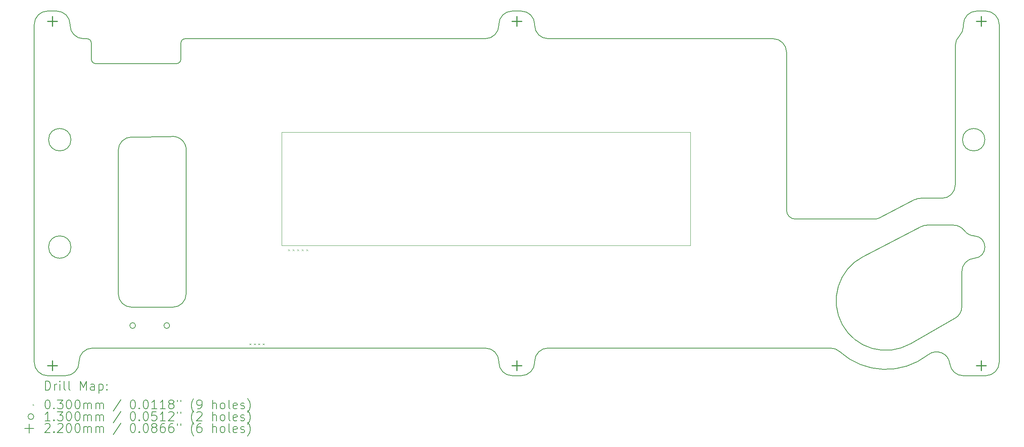
<source format=gbr>
%TF.GenerationSoftware,KiCad,Pcbnew,8.0.8*%
%TF.CreationDate,2025-03-15T17:30:19-07:00*%
%TF.ProjectId,Coil_Panel_XY,436f696c-5f50-4616-9e65-6c5f58592e6b,2.1*%
%TF.SameCoordinates,Original*%
%TF.FileFunction,Drillmap*%
%TF.FilePolarity,Positive*%
%FSLAX45Y45*%
G04 Gerber Fmt 4.5, Leading zero omitted, Abs format (unit mm)*
G04 Created by KiCad (PCBNEW 8.0.8) date 2025-03-15 17:30:19*
%MOMM*%
%LPD*%
G01*
G04 APERTURE LIST*
%ADD10C,0.200000*%
%ADD11C,0.100000*%
%ADD12C,0.130000*%
%ADD13C,0.220000*%
G04 APERTURE END LIST*
D10*
X16012163Y-12683600D02*
X16012163Y-12666100D01*
X24801787Y-12514371D02*
G75*
G02*
X22823237Y-12443994I-947637J1205771D01*
G01*
X16012163Y-12666100D02*
G75*
G02*
X16312163Y-12366093I300007J0D01*
G01*
X16312163Y-12366100D02*
X22621570Y-12366100D01*
X5937163Y-5451100D02*
G75*
G02*
X5637170Y-5151100I-3J299990D01*
G01*
X26067163Y-7708600D02*
G75*
G02*
X25567163Y-7708600I-250000J0D01*
G01*
X25567163Y-7708600D02*
G75*
G02*
X26067163Y-7708600I250000J0D01*
G01*
X5837163Y-12683600D02*
G75*
G02*
X5537163Y-12983593I-299993J0D01*
G01*
X7013483Y-7648990D02*
X7889632Y-7639092D01*
X5637163Y-5151100D02*
X5637163Y-5133600D01*
X8230400Y-11152390D02*
G75*
G02*
X7930393Y-11452390I-300000J0D01*
G01*
X16012163Y-12683600D02*
G75*
G02*
X15712163Y-12983593I-299993J0D01*
G01*
X15212163Y-5151100D02*
G75*
G02*
X14912163Y-5451093I-299993J0D01*
G01*
X14912163Y-12366100D02*
G75*
G02*
X15212170Y-12666100I-3J-300010D01*
G01*
X15712163Y-4833600D02*
X15512163Y-4833600D01*
X15512163Y-12983600D02*
X15712163Y-12983600D01*
X7930393Y-11452390D02*
X7013483Y-11452390D01*
X15212163Y-12666100D02*
X15212163Y-12683600D01*
X5837163Y-12666100D02*
G75*
G02*
X6137163Y-12366093I300007J0D01*
G01*
X15212163Y-5133600D02*
G75*
G02*
X15512163Y-4833593I300007J0D01*
G01*
X25583450Y-12983600D02*
X26087163Y-12983600D01*
X15512163Y-12983600D02*
G75*
G02*
X15212170Y-12683600I-3J299990D01*
G01*
X15712163Y-4833600D02*
G75*
G02*
X16012170Y-5133600I-3J-300010D01*
G01*
X14912163Y-5451100D02*
X8212163Y-5451100D01*
X16312163Y-5451100D02*
G75*
G02*
X16012170Y-5151100I-3J299990D01*
G01*
X8112163Y-5551100D02*
X8112163Y-5908600D01*
X8112163Y-5908600D02*
G75*
G02*
X8012163Y-6008593I-99993J0D01*
G01*
X6713483Y-7948990D02*
G75*
G02*
X7013483Y-7648983I300007J0D01*
G01*
X5137163Y-12983600D02*
G75*
G02*
X4837170Y-12683600I-3J299990D01*
G01*
X24780746Y-9618600D02*
X25366153Y-9618600D01*
X26087163Y-4833600D02*
G75*
G02*
X26387170Y-5133600I-3J-300010D01*
G01*
X16012163Y-5151100D02*
X16012163Y-5133600D01*
X4837163Y-5133600D02*
G75*
G02*
X5137163Y-4833593I300007J0D01*
G01*
X8112163Y-5551100D02*
G75*
G02*
X8212163Y-5451093I100007J0D01*
G01*
X6112163Y-5908600D02*
X6112163Y-5551100D01*
X6137163Y-12366100D02*
X14912163Y-12366100D01*
X25406649Y-5604911D02*
G75*
G02*
X25496905Y-5390416I300001J1D01*
G01*
X6012163Y-5451100D02*
X5937163Y-5451100D01*
X24496549Y-9052225D02*
G75*
G02*
X24634551Y-9018598I138001J-266355D01*
G01*
X25366153Y-9618600D02*
G75*
G02*
X25606452Y-9738997I-3J-300010D01*
G01*
X25552649Y-11439572D02*
G75*
G02*
X25401581Y-11699996I-300009J2D01*
G01*
X23590801Y-9483600D02*
X21837163Y-9483600D01*
X25587163Y-5133600D02*
G75*
G02*
X25887163Y-4833593I300007J0D01*
G01*
X25401580Y-11699994D02*
X24404184Y-12270391D01*
X15212163Y-5133600D02*
X15212163Y-5151100D01*
X25830611Y-9858962D02*
G75*
G02*
X25833293Y-10358079I-13451J-249638D01*
G01*
X7889632Y-7639092D02*
G75*
G02*
X8231481Y-7937393I40768J-298308D01*
G01*
X6713483Y-11152390D02*
X6713483Y-7948990D01*
X26387163Y-12683600D02*
G75*
G02*
X26087163Y-12983593I-299993J0D01*
G01*
X5337163Y-4833600D02*
G75*
G02*
X5637170Y-5133600I-3J-300010D01*
G01*
X25552649Y-10657454D02*
G75*
G02*
X25833293Y-10358083I299991J4D01*
G01*
X25587163Y-5175922D02*
G75*
G02*
X25496906Y-5390416I-300003J2D01*
G01*
X25830611Y-9858962D02*
G75*
G02*
X25606449Y-9739000I16149J299592D01*
G01*
X25406649Y-5604911D02*
X25406649Y-8718600D01*
X25106649Y-9018600D02*
X24634551Y-9018600D01*
X8012163Y-6008600D02*
X6212163Y-6008600D01*
X5657163Y-7708600D02*
G75*
G02*
X5157163Y-7708600I-250000J0D01*
G01*
X5157163Y-7708600D02*
G75*
G02*
X5657163Y-7708600I250000J0D01*
G01*
X22621570Y-12366100D02*
G75*
G02*
X22823236Y-12443996I10J-299970D01*
G01*
X25552649Y-10657454D02*
X25552649Y-11439572D01*
X25587163Y-5133600D02*
X25587163Y-5175922D01*
X7013483Y-11452390D02*
G75*
G02*
X6713490Y-11152390I-3J299990D01*
G01*
X23344479Y-10324823D02*
X24642744Y-9652225D01*
X25406649Y-8718600D02*
G75*
G02*
X25106649Y-9018599I-299999J0D01*
G01*
X4837163Y-5133600D02*
X4837163Y-12683600D01*
X5137163Y-12983600D02*
X5537163Y-12983600D01*
X24404184Y-12270391D02*
G75*
G02*
X23344480Y-10324824I-550034J961791D01*
G01*
X21637163Y-9283600D02*
X21637163Y-5751100D01*
X26387163Y-12683600D02*
X26387163Y-5133600D01*
X6012163Y-5451100D02*
G75*
G02*
X6112170Y-5551100I-3J-100010D01*
G01*
X24496549Y-9052225D02*
X23728803Y-9449975D01*
X6212163Y-6008600D02*
G75*
G02*
X6112170Y-5908600I-3J99990D01*
G01*
X5837163Y-12683600D02*
X5837163Y-12666100D01*
X23728803Y-9449975D02*
G75*
G02*
X23590801Y-9483599I-138003J266395D01*
G01*
X24801787Y-12514371D02*
G75*
G02*
X25285306Y-12716922I185373J-235879D01*
G01*
X25583450Y-12983600D02*
G75*
G02*
X25285307Y-12716922I10J300010D01*
G01*
X21337163Y-5451100D02*
X16312163Y-5451100D01*
X21337163Y-5451100D02*
G75*
G02*
X21637170Y-5751100I-3J-300010D01*
G01*
X5337163Y-4833600D02*
X5137163Y-4833600D01*
X5657163Y-10108600D02*
G75*
G02*
X5157163Y-10108600I-250000J0D01*
G01*
X5157163Y-10108600D02*
G75*
G02*
X5657163Y-10108600I250000J0D01*
G01*
X26087163Y-4833600D02*
X25887163Y-4833600D01*
D11*
X10363200Y-7543800D02*
X19488070Y-7543800D01*
X19488070Y-10074163D01*
X10363200Y-10074163D01*
X10363200Y-7543800D01*
D10*
X21837163Y-9483600D02*
G75*
G02*
X21637170Y-9283600I-3J199990D01*
G01*
X24642744Y-9652225D02*
G75*
G02*
X24780746Y-9618602I138006J-266405D01*
G01*
X8231481Y-7937393D02*
X8230400Y-11152390D01*
D11*
X9646769Y-12263388D02*
X9676769Y-12293388D01*
X9676769Y-12263388D02*
X9646769Y-12293388D01*
X9748369Y-12263388D02*
X9778369Y-12293388D01*
X9778369Y-12263388D02*
X9748369Y-12293388D01*
X9840200Y-12263388D02*
X9870200Y-12293388D01*
X9870200Y-12263388D02*
X9840200Y-12293388D01*
X9941800Y-12263388D02*
X9971800Y-12293388D01*
X9971800Y-12263388D02*
X9941800Y-12293388D01*
X10510369Y-10158388D02*
X10540369Y-10188388D01*
X10540369Y-10158388D02*
X10510369Y-10188388D01*
X10611969Y-10158388D02*
X10641969Y-10188388D01*
X10641969Y-10158388D02*
X10611969Y-10188388D01*
X10713569Y-10158388D02*
X10743569Y-10188388D01*
X10743569Y-10158388D02*
X10713569Y-10188388D01*
X10815169Y-10158388D02*
X10845169Y-10188388D01*
X10845169Y-10158388D02*
X10815169Y-10188388D01*
X10916769Y-10160631D02*
X10946769Y-10190631D01*
X10946769Y-10160631D02*
X10916769Y-10190631D01*
D12*
X7099800Y-11862600D02*
G75*
G02*
X6969800Y-11862600I-65000J0D01*
G01*
X6969800Y-11862600D02*
G75*
G02*
X7099800Y-11862600I65000J0D01*
G01*
X7861800Y-11862600D02*
G75*
G02*
X7731800Y-11862600I-65000J0D01*
G01*
X7731800Y-11862600D02*
G75*
G02*
X7861800Y-11862600I65000J0D01*
G01*
D13*
X5237163Y-4948600D02*
X5237163Y-5168600D01*
X5127163Y-5058600D02*
X5347163Y-5058600D01*
X5237163Y-12648600D02*
X5237163Y-12868600D01*
X5127163Y-12758600D02*
X5347163Y-12758600D01*
X15612163Y-4948600D02*
X15612163Y-5168600D01*
X15502163Y-5058600D02*
X15722163Y-5058600D01*
X15612163Y-12648600D02*
X15612163Y-12868600D01*
X15502163Y-12758600D02*
X15722163Y-12758600D01*
X25987163Y-4948600D02*
X25987163Y-5168600D01*
X25877163Y-5058600D02*
X26097163Y-5058600D01*
X25987163Y-12648600D02*
X25987163Y-12868600D01*
X25877163Y-12758600D02*
X26097163Y-12758600D01*
D10*
X5087940Y-13305084D02*
X5087940Y-13105084D01*
X5087940Y-13105084D02*
X5135559Y-13105084D01*
X5135559Y-13105084D02*
X5164130Y-13114608D01*
X5164130Y-13114608D02*
X5183178Y-13133655D01*
X5183178Y-13133655D02*
X5192702Y-13152703D01*
X5192702Y-13152703D02*
X5202226Y-13190798D01*
X5202226Y-13190798D02*
X5202226Y-13219369D01*
X5202226Y-13219369D02*
X5192702Y-13257465D01*
X5192702Y-13257465D02*
X5183178Y-13276512D01*
X5183178Y-13276512D02*
X5164130Y-13295560D01*
X5164130Y-13295560D02*
X5135559Y-13305084D01*
X5135559Y-13305084D02*
X5087940Y-13305084D01*
X5287940Y-13305084D02*
X5287940Y-13171750D01*
X5287940Y-13209846D02*
X5297464Y-13190798D01*
X5297464Y-13190798D02*
X5306988Y-13181274D01*
X5306988Y-13181274D02*
X5326035Y-13171750D01*
X5326035Y-13171750D02*
X5345083Y-13171750D01*
X5411749Y-13305084D02*
X5411749Y-13171750D01*
X5411749Y-13105084D02*
X5402226Y-13114608D01*
X5402226Y-13114608D02*
X5411749Y-13124131D01*
X5411749Y-13124131D02*
X5421273Y-13114608D01*
X5421273Y-13114608D02*
X5411749Y-13105084D01*
X5411749Y-13105084D02*
X5411749Y-13124131D01*
X5535559Y-13305084D02*
X5516511Y-13295560D01*
X5516511Y-13295560D02*
X5506988Y-13276512D01*
X5506988Y-13276512D02*
X5506988Y-13105084D01*
X5640321Y-13305084D02*
X5621273Y-13295560D01*
X5621273Y-13295560D02*
X5611749Y-13276512D01*
X5611749Y-13276512D02*
X5611749Y-13105084D01*
X5868892Y-13305084D02*
X5868892Y-13105084D01*
X5868892Y-13105084D02*
X5935559Y-13247941D01*
X5935559Y-13247941D02*
X6002226Y-13105084D01*
X6002226Y-13105084D02*
X6002226Y-13305084D01*
X6183178Y-13305084D02*
X6183178Y-13200322D01*
X6183178Y-13200322D02*
X6173654Y-13181274D01*
X6173654Y-13181274D02*
X6154607Y-13171750D01*
X6154607Y-13171750D02*
X6116511Y-13171750D01*
X6116511Y-13171750D02*
X6097464Y-13181274D01*
X6183178Y-13295560D02*
X6164130Y-13305084D01*
X6164130Y-13305084D02*
X6116511Y-13305084D01*
X6116511Y-13305084D02*
X6097464Y-13295560D01*
X6097464Y-13295560D02*
X6087940Y-13276512D01*
X6087940Y-13276512D02*
X6087940Y-13257465D01*
X6087940Y-13257465D02*
X6097464Y-13238417D01*
X6097464Y-13238417D02*
X6116511Y-13228893D01*
X6116511Y-13228893D02*
X6164130Y-13228893D01*
X6164130Y-13228893D02*
X6183178Y-13219369D01*
X6278416Y-13171750D02*
X6278416Y-13371750D01*
X6278416Y-13181274D02*
X6297464Y-13171750D01*
X6297464Y-13171750D02*
X6335559Y-13171750D01*
X6335559Y-13171750D02*
X6354607Y-13181274D01*
X6354607Y-13181274D02*
X6364130Y-13190798D01*
X6364130Y-13190798D02*
X6373654Y-13209846D01*
X6373654Y-13209846D02*
X6373654Y-13266988D01*
X6373654Y-13266988D02*
X6364130Y-13286036D01*
X6364130Y-13286036D02*
X6354607Y-13295560D01*
X6354607Y-13295560D02*
X6335559Y-13305084D01*
X6335559Y-13305084D02*
X6297464Y-13305084D01*
X6297464Y-13305084D02*
X6278416Y-13295560D01*
X6459368Y-13286036D02*
X6468892Y-13295560D01*
X6468892Y-13295560D02*
X6459368Y-13305084D01*
X6459368Y-13305084D02*
X6449845Y-13295560D01*
X6449845Y-13295560D02*
X6459368Y-13286036D01*
X6459368Y-13286036D02*
X6459368Y-13305084D01*
X6459368Y-13181274D02*
X6468892Y-13190798D01*
X6468892Y-13190798D02*
X6459368Y-13200322D01*
X6459368Y-13200322D02*
X6449845Y-13190798D01*
X6449845Y-13190798D02*
X6459368Y-13181274D01*
X6459368Y-13181274D02*
X6459368Y-13200322D01*
D11*
X4797163Y-13618600D02*
X4827163Y-13648600D01*
X4827163Y-13618600D02*
X4797163Y-13648600D01*
D10*
X5126035Y-13525084D02*
X5145083Y-13525084D01*
X5145083Y-13525084D02*
X5164130Y-13534608D01*
X5164130Y-13534608D02*
X5173654Y-13544131D01*
X5173654Y-13544131D02*
X5183178Y-13563179D01*
X5183178Y-13563179D02*
X5192702Y-13601274D01*
X5192702Y-13601274D02*
X5192702Y-13648893D01*
X5192702Y-13648893D02*
X5183178Y-13686988D01*
X5183178Y-13686988D02*
X5173654Y-13706036D01*
X5173654Y-13706036D02*
X5164130Y-13715560D01*
X5164130Y-13715560D02*
X5145083Y-13725084D01*
X5145083Y-13725084D02*
X5126035Y-13725084D01*
X5126035Y-13725084D02*
X5106988Y-13715560D01*
X5106988Y-13715560D02*
X5097464Y-13706036D01*
X5097464Y-13706036D02*
X5087940Y-13686988D01*
X5087940Y-13686988D02*
X5078416Y-13648893D01*
X5078416Y-13648893D02*
X5078416Y-13601274D01*
X5078416Y-13601274D02*
X5087940Y-13563179D01*
X5087940Y-13563179D02*
X5097464Y-13544131D01*
X5097464Y-13544131D02*
X5106988Y-13534608D01*
X5106988Y-13534608D02*
X5126035Y-13525084D01*
X5278416Y-13706036D02*
X5287940Y-13715560D01*
X5287940Y-13715560D02*
X5278416Y-13725084D01*
X5278416Y-13725084D02*
X5268892Y-13715560D01*
X5268892Y-13715560D02*
X5278416Y-13706036D01*
X5278416Y-13706036D02*
X5278416Y-13725084D01*
X5354607Y-13525084D02*
X5478416Y-13525084D01*
X5478416Y-13525084D02*
X5411749Y-13601274D01*
X5411749Y-13601274D02*
X5440321Y-13601274D01*
X5440321Y-13601274D02*
X5459369Y-13610798D01*
X5459369Y-13610798D02*
X5468892Y-13620322D01*
X5468892Y-13620322D02*
X5478416Y-13639369D01*
X5478416Y-13639369D02*
X5478416Y-13686988D01*
X5478416Y-13686988D02*
X5468892Y-13706036D01*
X5468892Y-13706036D02*
X5459369Y-13715560D01*
X5459369Y-13715560D02*
X5440321Y-13725084D01*
X5440321Y-13725084D02*
X5383178Y-13725084D01*
X5383178Y-13725084D02*
X5364130Y-13715560D01*
X5364130Y-13715560D02*
X5354607Y-13706036D01*
X5602226Y-13525084D02*
X5621273Y-13525084D01*
X5621273Y-13525084D02*
X5640321Y-13534608D01*
X5640321Y-13534608D02*
X5649845Y-13544131D01*
X5649845Y-13544131D02*
X5659368Y-13563179D01*
X5659368Y-13563179D02*
X5668892Y-13601274D01*
X5668892Y-13601274D02*
X5668892Y-13648893D01*
X5668892Y-13648893D02*
X5659368Y-13686988D01*
X5659368Y-13686988D02*
X5649845Y-13706036D01*
X5649845Y-13706036D02*
X5640321Y-13715560D01*
X5640321Y-13715560D02*
X5621273Y-13725084D01*
X5621273Y-13725084D02*
X5602226Y-13725084D01*
X5602226Y-13725084D02*
X5583178Y-13715560D01*
X5583178Y-13715560D02*
X5573654Y-13706036D01*
X5573654Y-13706036D02*
X5564130Y-13686988D01*
X5564130Y-13686988D02*
X5554607Y-13648893D01*
X5554607Y-13648893D02*
X5554607Y-13601274D01*
X5554607Y-13601274D02*
X5564130Y-13563179D01*
X5564130Y-13563179D02*
X5573654Y-13544131D01*
X5573654Y-13544131D02*
X5583178Y-13534608D01*
X5583178Y-13534608D02*
X5602226Y-13525084D01*
X5792702Y-13525084D02*
X5811749Y-13525084D01*
X5811749Y-13525084D02*
X5830797Y-13534608D01*
X5830797Y-13534608D02*
X5840321Y-13544131D01*
X5840321Y-13544131D02*
X5849845Y-13563179D01*
X5849845Y-13563179D02*
X5859368Y-13601274D01*
X5859368Y-13601274D02*
X5859368Y-13648893D01*
X5859368Y-13648893D02*
X5849845Y-13686988D01*
X5849845Y-13686988D02*
X5840321Y-13706036D01*
X5840321Y-13706036D02*
X5830797Y-13715560D01*
X5830797Y-13715560D02*
X5811749Y-13725084D01*
X5811749Y-13725084D02*
X5792702Y-13725084D01*
X5792702Y-13725084D02*
X5773654Y-13715560D01*
X5773654Y-13715560D02*
X5764130Y-13706036D01*
X5764130Y-13706036D02*
X5754607Y-13686988D01*
X5754607Y-13686988D02*
X5745083Y-13648893D01*
X5745083Y-13648893D02*
X5745083Y-13601274D01*
X5745083Y-13601274D02*
X5754607Y-13563179D01*
X5754607Y-13563179D02*
X5764130Y-13544131D01*
X5764130Y-13544131D02*
X5773654Y-13534608D01*
X5773654Y-13534608D02*
X5792702Y-13525084D01*
X5945083Y-13725084D02*
X5945083Y-13591750D01*
X5945083Y-13610798D02*
X5954607Y-13601274D01*
X5954607Y-13601274D02*
X5973654Y-13591750D01*
X5973654Y-13591750D02*
X6002226Y-13591750D01*
X6002226Y-13591750D02*
X6021273Y-13601274D01*
X6021273Y-13601274D02*
X6030797Y-13620322D01*
X6030797Y-13620322D02*
X6030797Y-13725084D01*
X6030797Y-13620322D02*
X6040321Y-13601274D01*
X6040321Y-13601274D02*
X6059368Y-13591750D01*
X6059368Y-13591750D02*
X6087940Y-13591750D01*
X6087940Y-13591750D02*
X6106988Y-13601274D01*
X6106988Y-13601274D02*
X6116511Y-13620322D01*
X6116511Y-13620322D02*
X6116511Y-13725084D01*
X6211749Y-13725084D02*
X6211749Y-13591750D01*
X6211749Y-13610798D02*
X6221273Y-13601274D01*
X6221273Y-13601274D02*
X6240321Y-13591750D01*
X6240321Y-13591750D02*
X6268892Y-13591750D01*
X6268892Y-13591750D02*
X6287940Y-13601274D01*
X6287940Y-13601274D02*
X6297464Y-13620322D01*
X6297464Y-13620322D02*
X6297464Y-13725084D01*
X6297464Y-13620322D02*
X6306988Y-13601274D01*
X6306988Y-13601274D02*
X6326035Y-13591750D01*
X6326035Y-13591750D02*
X6354607Y-13591750D01*
X6354607Y-13591750D02*
X6373654Y-13601274D01*
X6373654Y-13601274D02*
X6383178Y-13620322D01*
X6383178Y-13620322D02*
X6383178Y-13725084D01*
X6773654Y-13515560D02*
X6602226Y-13772703D01*
X7030797Y-13525084D02*
X7049845Y-13525084D01*
X7049845Y-13525084D02*
X7068892Y-13534608D01*
X7068892Y-13534608D02*
X7078416Y-13544131D01*
X7078416Y-13544131D02*
X7087940Y-13563179D01*
X7087940Y-13563179D02*
X7097464Y-13601274D01*
X7097464Y-13601274D02*
X7097464Y-13648893D01*
X7097464Y-13648893D02*
X7087940Y-13686988D01*
X7087940Y-13686988D02*
X7078416Y-13706036D01*
X7078416Y-13706036D02*
X7068892Y-13715560D01*
X7068892Y-13715560D02*
X7049845Y-13725084D01*
X7049845Y-13725084D02*
X7030797Y-13725084D01*
X7030797Y-13725084D02*
X7011750Y-13715560D01*
X7011750Y-13715560D02*
X7002226Y-13706036D01*
X7002226Y-13706036D02*
X6992702Y-13686988D01*
X6992702Y-13686988D02*
X6983178Y-13648893D01*
X6983178Y-13648893D02*
X6983178Y-13601274D01*
X6983178Y-13601274D02*
X6992702Y-13563179D01*
X6992702Y-13563179D02*
X7002226Y-13544131D01*
X7002226Y-13544131D02*
X7011750Y-13534608D01*
X7011750Y-13534608D02*
X7030797Y-13525084D01*
X7183178Y-13706036D02*
X7192702Y-13715560D01*
X7192702Y-13715560D02*
X7183178Y-13725084D01*
X7183178Y-13725084D02*
X7173654Y-13715560D01*
X7173654Y-13715560D02*
X7183178Y-13706036D01*
X7183178Y-13706036D02*
X7183178Y-13725084D01*
X7316511Y-13525084D02*
X7335559Y-13525084D01*
X7335559Y-13525084D02*
X7354607Y-13534608D01*
X7354607Y-13534608D02*
X7364131Y-13544131D01*
X7364131Y-13544131D02*
X7373654Y-13563179D01*
X7373654Y-13563179D02*
X7383178Y-13601274D01*
X7383178Y-13601274D02*
X7383178Y-13648893D01*
X7383178Y-13648893D02*
X7373654Y-13686988D01*
X7373654Y-13686988D02*
X7364131Y-13706036D01*
X7364131Y-13706036D02*
X7354607Y-13715560D01*
X7354607Y-13715560D02*
X7335559Y-13725084D01*
X7335559Y-13725084D02*
X7316511Y-13725084D01*
X7316511Y-13725084D02*
X7297464Y-13715560D01*
X7297464Y-13715560D02*
X7287940Y-13706036D01*
X7287940Y-13706036D02*
X7278416Y-13686988D01*
X7278416Y-13686988D02*
X7268892Y-13648893D01*
X7268892Y-13648893D02*
X7268892Y-13601274D01*
X7268892Y-13601274D02*
X7278416Y-13563179D01*
X7278416Y-13563179D02*
X7287940Y-13544131D01*
X7287940Y-13544131D02*
X7297464Y-13534608D01*
X7297464Y-13534608D02*
X7316511Y-13525084D01*
X7573654Y-13725084D02*
X7459369Y-13725084D01*
X7516511Y-13725084D02*
X7516511Y-13525084D01*
X7516511Y-13525084D02*
X7497464Y-13553655D01*
X7497464Y-13553655D02*
X7478416Y-13572703D01*
X7478416Y-13572703D02*
X7459369Y-13582227D01*
X7764131Y-13725084D02*
X7649845Y-13725084D01*
X7706988Y-13725084D02*
X7706988Y-13525084D01*
X7706988Y-13525084D02*
X7687940Y-13553655D01*
X7687940Y-13553655D02*
X7668892Y-13572703D01*
X7668892Y-13572703D02*
X7649845Y-13582227D01*
X7878416Y-13610798D02*
X7859369Y-13601274D01*
X7859369Y-13601274D02*
X7849845Y-13591750D01*
X7849845Y-13591750D02*
X7840321Y-13572703D01*
X7840321Y-13572703D02*
X7840321Y-13563179D01*
X7840321Y-13563179D02*
X7849845Y-13544131D01*
X7849845Y-13544131D02*
X7859369Y-13534608D01*
X7859369Y-13534608D02*
X7878416Y-13525084D01*
X7878416Y-13525084D02*
X7916512Y-13525084D01*
X7916512Y-13525084D02*
X7935559Y-13534608D01*
X7935559Y-13534608D02*
X7945083Y-13544131D01*
X7945083Y-13544131D02*
X7954607Y-13563179D01*
X7954607Y-13563179D02*
X7954607Y-13572703D01*
X7954607Y-13572703D02*
X7945083Y-13591750D01*
X7945083Y-13591750D02*
X7935559Y-13601274D01*
X7935559Y-13601274D02*
X7916512Y-13610798D01*
X7916512Y-13610798D02*
X7878416Y-13610798D01*
X7878416Y-13610798D02*
X7859369Y-13620322D01*
X7859369Y-13620322D02*
X7849845Y-13629846D01*
X7849845Y-13629846D02*
X7840321Y-13648893D01*
X7840321Y-13648893D02*
X7840321Y-13686988D01*
X7840321Y-13686988D02*
X7849845Y-13706036D01*
X7849845Y-13706036D02*
X7859369Y-13715560D01*
X7859369Y-13715560D02*
X7878416Y-13725084D01*
X7878416Y-13725084D02*
X7916512Y-13725084D01*
X7916512Y-13725084D02*
X7935559Y-13715560D01*
X7935559Y-13715560D02*
X7945083Y-13706036D01*
X7945083Y-13706036D02*
X7954607Y-13686988D01*
X7954607Y-13686988D02*
X7954607Y-13648893D01*
X7954607Y-13648893D02*
X7945083Y-13629846D01*
X7945083Y-13629846D02*
X7935559Y-13620322D01*
X7935559Y-13620322D02*
X7916512Y-13610798D01*
X8030797Y-13525084D02*
X8030797Y-13563179D01*
X8106988Y-13525084D02*
X8106988Y-13563179D01*
X8402226Y-13801274D02*
X8392702Y-13791750D01*
X8392702Y-13791750D02*
X8373654Y-13763179D01*
X8373654Y-13763179D02*
X8364131Y-13744131D01*
X8364131Y-13744131D02*
X8354607Y-13715560D01*
X8354607Y-13715560D02*
X8345083Y-13667941D01*
X8345083Y-13667941D02*
X8345083Y-13629846D01*
X8345083Y-13629846D02*
X8354607Y-13582227D01*
X8354607Y-13582227D02*
X8364131Y-13553655D01*
X8364131Y-13553655D02*
X8373654Y-13534608D01*
X8373654Y-13534608D02*
X8392702Y-13506036D01*
X8392702Y-13506036D02*
X8402226Y-13496512D01*
X8487940Y-13725084D02*
X8526035Y-13725084D01*
X8526035Y-13725084D02*
X8545083Y-13715560D01*
X8545083Y-13715560D02*
X8554607Y-13706036D01*
X8554607Y-13706036D02*
X8573655Y-13677465D01*
X8573655Y-13677465D02*
X8583178Y-13639369D01*
X8583178Y-13639369D02*
X8583178Y-13563179D01*
X8583178Y-13563179D02*
X8573655Y-13544131D01*
X8573655Y-13544131D02*
X8564131Y-13534608D01*
X8564131Y-13534608D02*
X8545083Y-13525084D01*
X8545083Y-13525084D02*
X8506988Y-13525084D01*
X8506988Y-13525084D02*
X8487940Y-13534608D01*
X8487940Y-13534608D02*
X8478416Y-13544131D01*
X8478416Y-13544131D02*
X8468893Y-13563179D01*
X8468893Y-13563179D02*
X8468893Y-13610798D01*
X8468893Y-13610798D02*
X8478416Y-13629846D01*
X8478416Y-13629846D02*
X8487940Y-13639369D01*
X8487940Y-13639369D02*
X8506988Y-13648893D01*
X8506988Y-13648893D02*
X8545083Y-13648893D01*
X8545083Y-13648893D02*
X8564131Y-13639369D01*
X8564131Y-13639369D02*
X8573655Y-13629846D01*
X8573655Y-13629846D02*
X8583178Y-13610798D01*
X8821274Y-13725084D02*
X8821274Y-13525084D01*
X8906988Y-13725084D02*
X8906988Y-13620322D01*
X8906988Y-13620322D02*
X8897464Y-13601274D01*
X8897464Y-13601274D02*
X8878417Y-13591750D01*
X8878417Y-13591750D02*
X8849845Y-13591750D01*
X8849845Y-13591750D02*
X8830797Y-13601274D01*
X8830797Y-13601274D02*
X8821274Y-13610798D01*
X9030797Y-13725084D02*
X9011750Y-13715560D01*
X9011750Y-13715560D02*
X9002226Y-13706036D01*
X9002226Y-13706036D02*
X8992702Y-13686988D01*
X8992702Y-13686988D02*
X8992702Y-13629846D01*
X8992702Y-13629846D02*
X9002226Y-13610798D01*
X9002226Y-13610798D02*
X9011750Y-13601274D01*
X9011750Y-13601274D02*
X9030797Y-13591750D01*
X9030797Y-13591750D02*
X9059369Y-13591750D01*
X9059369Y-13591750D02*
X9078417Y-13601274D01*
X9078417Y-13601274D02*
X9087940Y-13610798D01*
X9087940Y-13610798D02*
X9097464Y-13629846D01*
X9097464Y-13629846D02*
X9097464Y-13686988D01*
X9097464Y-13686988D02*
X9087940Y-13706036D01*
X9087940Y-13706036D02*
X9078417Y-13715560D01*
X9078417Y-13715560D02*
X9059369Y-13725084D01*
X9059369Y-13725084D02*
X9030797Y-13725084D01*
X9211750Y-13725084D02*
X9192702Y-13715560D01*
X9192702Y-13715560D02*
X9183178Y-13696512D01*
X9183178Y-13696512D02*
X9183178Y-13525084D01*
X9364131Y-13715560D02*
X9345083Y-13725084D01*
X9345083Y-13725084D02*
X9306988Y-13725084D01*
X9306988Y-13725084D02*
X9287940Y-13715560D01*
X9287940Y-13715560D02*
X9278417Y-13696512D01*
X9278417Y-13696512D02*
X9278417Y-13620322D01*
X9278417Y-13620322D02*
X9287940Y-13601274D01*
X9287940Y-13601274D02*
X9306988Y-13591750D01*
X9306988Y-13591750D02*
X9345083Y-13591750D01*
X9345083Y-13591750D02*
X9364131Y-13601274D01*
X9364131Y-13601274D02*
X9373655Y-13620322D01*
X9373655Y-13620322D02*
X9373655Y-13639369D01*
X9373655Y-13639369D02*
X9278417Y-13658417D01*
X9449845Y-13715560D02*
X9468893Y-13725084D01*
X9468893Y-13725084D02*
X9506988Y-13725084D01*
X9506988Y-13725084D02*
X9526036Y-13715560D01*
X9526036Y-13715560D02*
X9535559Y-13696512D01*
X9535559Y-13696512D02*
X9535559Y-13686988D01*
X9535559Y-13686988D02*
X9526036Y-13667941D01*
X9526036Y-13667941D02*
X9506988Y-13658417D01*
X9506988Y-13658417D02*
X9478417Y-13658417D01*
X9478417Y-13658417D02*
X9459369Y-13648893D01*
X9459369Y-13648893D02*
X9449845Y-13629846D01*
X9449845Y-13629846D02*
X9449845Y-13620322D01*
X9449845Y-13620322D02*
X9459369Y-13601274D01*
X9459369Y-13601274D02*
X9478417Y-13591750D01*
X9478417Y-13591750D02*
X9506988Y-13591750D01*
X9506988Y-13591750D02*
X9526036Y-13601274D01*
X9602226Y-13801274D02*
X9611750Y-13791750D01*
X9611750Y-13791750D02*
X9630798Y-13763179D01*
X9630798Y-13763179D02*
X9640321Y-13744131D01*
X9640321Y-13744131D02*
X9649845Y-13715560D01*
X9649845Y-13715560D02*
X9659369Y-13667941D01*
X9659369Y-13667941D02*
X9659369Y-13629846D01*
X9659369Y-13629846D02*
X9649845Y-13582227D01*
X9649845Y-13582227D02*
X9640321Y-13553655D01*
X9640321Y-13553655D02*
X9630798Y-13534608D01*
X9630798Y-13534608D02*
X9611750Y-13506036D01*
X9611750Y-13506036D02*
X9602226Y-13496512D01*
D12*
X4827163Y-13897600D02*
G75*
G02*
X4697163Y-13897600I-65000J0D01*
G01*
X4697163Y-13897600D02*
G75*
G02*
X4827163Y-13897600I65000J0D01*
G01*
D10*
X5192702Y-13989084D02*
X5078416Y-13989084D01*
X5135559Y-13989084D02*
X5135559Y-13789084D01*
X5135559Y-13789084D02*
X5116511Y-13817655D01*
X5116511Y-13817655D02*
X5097464Y-13836703D01*
X5097464Y-13836703D02*
X5078416Y-13846227D01*
X5278416Y-13970036D02*
X5287940Y-13979560D01*
X5287940Y-13979560D02*
X5278416Y-13989084D01*
X5278416Y-13989084D02*
X5268892Y-13979560D01*
X5268892Y-13979560D02*
X5278416Y-13970036D01*
X5278416Y-13970036D02*
X5278416Y-13989084D01*
X5354607Y-13789084D02*
X5478416Y-13789084D01*
X5478416Y-13789084D02*
X5411749Y-13865274D01*
X5411749Y-13865274D02*
X5440321Y-13865274D01*
X5440321Y-13865274D02*
X5459369Y-13874798D01*
X5459369Y-13874798D02*
X5468892Y-13884322D01*
X5468892Y-13884322D02*
X5478416Y-13903369D01*
X5478416Y-13903369D02*
X5478416Y-13950988D01*
X5478416Y-13950988D02*
X5468892Y-13970036D01*
X5468892Y-13970036D02*
X5459369Y-13979560D01*
X5459369Y-13979560D02*
X5440321Y-13989084D01*
X5440321Y-13989084D02*
X5383178Y-13989084D01*
X5383178Y-13989084D02*
X5364130Y-13979560D01*
X5364130Y-13979560D02*
X5354607Y-13970036D01*
X5602226Y-13789084D02*
X5621273Y-13789084D01*
X5621273Y-13789084D02*
X5640321Y-13798608D01*
X5640321Y-13798608D02*
X5649845Y-13808131D01*
X5649845Y-13808131D02*
X5659368Y-13827179D01*
X5659368Y-13827179D02*
X5668892Y-13865274D01*
X5668892Y-13865274D02*
X5668892Y-13912893D01*
X5668892Y-13912893D02*
X5659368Y-13950988D01*
X5659368Y-13950988D02*
X5649845Y-13970036D01*
X5649845Y-13970036D02*
X5640321Y-13979560D01*
X5640321Y-13979560D02*
X5621273Y-13989084D01*
X5621273Y-13989084D02*
X5602226Y-13989084D01*
X5602226Y-13989084D02*
X5583178Y-13979560D01*
X5583178Y-13979560D02*
X5573654Y-13970036D01*
X5573654Y-13970036D02*
X5564130Y-13950988D01*
X5564130Y-13950988D02*
X5554607Y-13912893D01*
X5554607Y-13912893D02*
X5554607Y-13865274D01*
X5554607Y-13865274D02*
X5564130Y-13827179D01*
X5564130Y-13827179D02*
X5573654Y-13808131D01*
X5573654Y-13808131D02*
X5583178Y-13798608D01*
X5583178Y-13798608D02*
X5602226Y-13789084D01*
X5792702Y-13789084D02*
X5811749Y-13789084D01*
X5811749Y-13789084D02*
X5830797Y-13798608D01*
X5830797Y-13798608D02*
X5840321Y-13808131D01*
X5840321Y-13808131D02*
X5849845Y-13827179D01*
X5849845Y-13827179D02*
X5859368Y-13865274D01*
X5859368Y-13865274D02*
X5859368Y-13912893D01*
X5859368Y-13912893D02*
X5849845Y-13950988D01*
X5849845Y-13950988D02*
X5840321Y-13970036D01*
X5840321Y-13970036D02*
X5830797Y-13979560D01*
X5830797Y-13979560D02*
X5811749Y-13989084D01*
X5811749Y-13989084D02*
X5792702Y-13989084D01*
X5792702Y-13989084D02*
X5773654Y-13979560D01*
X5773654Y-13979560D02*
X5764130Y-13970036D01*
X5764130Y-13970036D02*
X5754607Y-13950988D01*
X5754607Y-13950988D02*
X5745083Y-13912893D01*
X5745083Y-13912893D02*
X5745083Y-13865274D01*
X5745083Y-13865274D02*
X5754607Y-13827179D01*
X5754607Y-13827179D02*
X5764130Y-13808131D01*
X5764130Y-13808131D02*
X5773654Y-13798608D01*
X5773654Y-13798608D02*
X5792702Y-13789084D01*
X5945083Y-13989084D02*
X5945083Y-13855750D01*
X5945083Y-13874798D02*
X5954607Y-13865274D01*
X5954607Y-13865274D02*
X5973654Y-13855750D01*
X5973654Y-13855750D02*
X6002226Y-13855750D01*
X6002226Y-13855750D02*
X6021273Y-13865274D01*
X6021273Y-13865274D02*
X6030797Y-13884322D01*
X6030797Y-13884322D02*
X6030797Y-13989084D01*
X6030797Y-13884322D02*
X6040321Y-13865274D01*
X6040321Y-13865274D02*
X6059368Y-13855750D01*
X6059368Y-13855750D02*
X6087940Y-13855750D01*
X6087940Y-13855750D02*
X6106988Y-13865274D01*
X6106988Y-13865274D02*
X6116511Y-13884322D01*
X6116511Y-13884322D02*
X6116511Y-13989084D01*
X6211749Y-13989084D02*
X6211749Y-13855750D01*
X6211749Y-13874798D02*
X6221273Y-13865274D01*
X6221273Y-13865274D02*
X6240321Y-13855750D01*
X6240321Y-13855750D02*
X6268892Y-13855750D01*
X6268892Y-13855750D02*
X6287940Y-13865274D01*
X6287940Y-13865274D02*
X6297464Y-13884322D01*
X6297464Y-13884322D02*
X6297464Y-13989084D01*
X6297464Y-13884322D02*
X6306988Y-13865274D01*
X6306988Y-13865274D02*
X6326035Y-13855750D01*
X6326035Y-13855750D02*
X6354607Y-13855750D01*
X6354607Y-13855750D02*
X6373654Y-13865274D01*
X6373654Y-13865274D02*
X6383178Y-13884322D01*
X6383178Y-13884322D02*
X6383178Y-13989084D01*
X6773654Y-13779560D02*
X6602226Y-14036703D01*
X7030797Y-13789084D02*
X7049845Y-13789084D01*
X7049845Y-13789084D02*
X7068892Y-13798608D01*
X7068892Y-13798608D02*
X7078416Y-13808131D01*
X7078416Y-13808131D02*
X7087940Y-13827179D01*
X7087940Y-13827179D02*
X7097464Y-13865274D01*
X7097464Y-13865274D02*
X7097464Y-13912893D01*
X7097464Y-13912893D02*
X7087940Y-13950988D01*
X7087940Y-13950988D02*
X7078416Y-13970036D01*
X7078416Y-13970036D02*
X7068892Y-13979560D01*
X7068892Y-13979560D02*
X7049845Y-13989084D01*
X7049845Y-13989084D02*
X7030797Y-13989084D01*
X7030797Y-13989084D02*
X7011750Y-13979560D01*
X7011750Y-13979560D02*
X7002226Y-13970036D01*
X7002226Y-13970036D02*
X6992702Y-13950988D01*
X6992702Y-13950988D02*
X6983178Y-13912893D01*
X6983178Y-13912893D02*
X6983178Y-13865274D01*
X6983178Y-13865274D02*
X6992702Y-13827179D01*
X6992702Y-13827179D02*
X7002226Y-13808131D01*
X7002226Y-13808131D02*
X7011750Y-13798608D01*
X7011750Y-13798608D02*
X7030797Y-13789084D01*
X7183178Y-13970036D02*
X7192702Y-13979560D01*
X7192702Y-13979560D02*
X7183178Y-13989084D01*
X7183178Y-13989084D02*
X7173654Y-13979560D01*
X7173654Y-13979560D02*
X7183178Y-13970036D01*
X7183178Y-13970036D02*
X7183178Y-13989084D01*
X7316511Y-13789084D02*
X7335559Y-13789084D01*
X7335559Y-13789084D02*
X7354607Y-13798608D01*
X7354607Y-13798608D02*
X7364131Y-13808131D01*
X7364131Y-13808131D02*
X7373654Y-13827179D01*
X7373654Y-13827179D02*
X7383178Y-13865274D01*
X7383178Y-13865274D02*
X7383178Y-13912893D01*
X7383178Y-13912893D02*
X7373654Y-13950988D01*
X7373654Y-13950988D02*
X7364131Y-13970036D01*
X7364131Y-13970036D02*
X7354607Y-13979560D01*
X7354607Y-13979560D02*
X7335559Y-13989084D01*
X7335559Y-13989084D02*
X7316511Y-13989084D01*
X7316511Y-13989084D02*
X7297464Y-13979560D01*
X7297464Y-13979560D02*
X7287940Y-13970036D01*
X7287940Y-13970036D02*
X7278416Y-13950988D01*
X7278416Y-13950988D02*
X7268892Y-13912893D01*
X7268892Y-13912893D02*
X7268892Y-13865274D01*
X7268892Y-13865274D02*
X7278416Y-13827179D01*
X7278416Y-13827179D02*
X7287940Y-13808131D01*
X7287940Y-13808131D02*
X7297464Y-13798608D01*
X7297464Y-13798608D02*
X7316511Y-13789084D01*
X7564131Y-13789084D02*
X7468892Y-13789084D01*
X7468892Y-13789084D02*
X7459369Y-13884322D01*
X7459369Y-13884322D02*
X7468892Y-13874798D01*
X7468892Y-13874798D02*
X7487940Y-13865274D01*
X7487940Y-13865274D02*
X7535559Y-13865274D01*
X7535559Y-13865274D02*
X7554607Y-13874798D01*
X7554607Y-13874798D02*
X7564131Y-13884322D01*
X7564131Y-13884322D02*
X7573654Y-13903369D01*
X7573654Y-13903369D02*
X7573654Y-13950988D01*
X7573654Y-13950988D02*
X7564131Y-13970036D01*
X7564131Y-13970036D02*
X7554607Y-13979560D01*
X7554607Y-13979560D02*
X7535559Y-13989084D01*
X7535559Y-13989084D02*
X7487940Y-13989084D01*
X7487940Y-13989084D02*
X7468892Y-13979560D01*
X7468892Y-13979560D02*
X7459369Y-13970036D01*
X7764131Y-13989084D02*
X7649845Y-13989084D01*
X7706988Y-13989084D02*
X7706988Y-13789084D01*
X7706988Y-13789084D02*
X7687940Y-13817655D01*
X7687940Y-13817655D02*
X7668892Y-13836703D01*
X7668892Y-13836703D02*
X7649845Y-13846227D01*
X7840321Y-13808131D02*
X7849845Y-13798608D01*
X7849845Y-13798608D02*
X7868892Y-13789084D01*
X7868892Y-13789084D02*
X7916512Y-13789084D01*
X7916512Y-13789084D02*
X7935559Y-13798608D01*
X7935559Y-13798608D02*
X7945083Y-13808131D01*
X7945083Y-13808131D02*
X7954607Y-13827179D01*
X7954607Y-13827179D02*
X7954607Y-13846227D01*
X7954607Y-13846227D02*
X7945083Y-13874798D01*
X7945083Y-13874798D02*
X7830797Y-13989084D01*
X7830797Y-13989084D02*
X7954607Y-13989084D01*
X8030797Y-13789084D02*
X8030797Y-13827179D01*
X8106988Y-13789084D02*
X8106988Y-13827179D01*
X8402226Y-14065274D02*
X8392702Y-14055750D01*
X8392702Y-14055750D02*
X8373654Y-14027179D01*
X8373654Y-14027179D02*
X8364131Y-14008131D01*
X8364131Y-14008131D02*
X8354607Y-13979560D01*
X8354607Y-13979560D02*
X8345083Y-13931941D01*
X8345083Y-13931941D02*
X8345083Y-13893846D01*
X8345083Y-13893846D02*
X8354607Y-13846227D01*
X8354607Y-13846227D02*
X8364131Y-13817655D01*
X8364131Y-13817655D02*
X8373654Y-13798608D01*
X8373654Y-13798608D02*
X8392702Y-13770036D01*
X8392702Y-13770036D02*
X8402226Y-13760512D01*
X8468893Y-13808131D02*
X8478416Y-13798608D01*
X8478416Y-13798608D02*
X8497464Y-13789084D01*
X8497464Y-13789084D02*
X8545083Y-13789084D01*
X8545083Y-13789084D02*
X8564131Y-13798608D01*
X8564131Y-13798608D02*
X8573655Y-13808131D01*
X8573655Y-13808131D02*
X8583178Y-13827179D01*
X8583178Y-13827179D02*
X8583178Y-13846227D01*
X8583178Y-13846227D02*
X8573655Y-13874798D01*
X8573655Y-13874798D02*
X8459369Y-13989084D01*
X8459369Y-13989084D02*
X8583178Y-13989084D01*
X8821274Y-13989084D02*
X8821274Y-13789084D01*
X8906988Y-13989084D02*
X8906988Y-13884322D01*
X8906988Y-13884322D02*
X8897464Y-13865274D01*
X8897464Y-13865274D02*
X8878417Y-13855750D01*
X8878417Y-13855750D02*
X8849845Y-13855750D01*
X8849845Y-13855750D02*
X8830797Y-13865274D01*
X8830797Y-13865274D02*
X8821274Y-13874798D01*
X9030797Y-13989084D02*
X9011750Y-13979560D01*
X9011750Y-13979560D02*
X9002226Y-13970036D01*
X9002226Y-13970036D02*
X8992702Y-13950988D01*
X8992702Y-13950988D02*
X8992702Y-13893846D01*
X8992702Y-13893846D02*
X9002226Y-13874798D01*
X9002226Y-13874798D02*
X9011750Y-13865274D01*
X9011750Y-13865274D02*
X9030797Y-13855750D01*
X9030797Y-13855750D02*
X9059369Y-13855750D01*
X9059369Y-13855750D02*
X9078417Y-13865274D01*
X9078417Y-13865274D02*
X9087940Y-13874798D01*
X9087940Y-13874798D02*
X9097464Y-13893846D01*
X9097464Y-13893846D02*
X9097464Y-13950988D01*
X9097464Y-13950988D02*
X9087940Y-13970036D01*
X9087940Y-13970036D02*
X9078417Y-13979560D01*
X9078417Y-13979560D02*
X9059369Y-13989084D01*
X9059369Y-13989084D02*
X9030797Y-13989084D01*
X9211750Y-13989084D02*
X9192702Y-13979560D01*
X9192702Y-13979560D02*
X9183178Y-13960512D01*
X9183178Y-13960512D02*
X9183178Y-13789084D01*
X9364131Y-13979560D02*
X9345083Y-13989084D01*
X9345083Y-13989084D02*
X9306988Y-13989084D01*
X9306988Y-13989084D02*
X9287940Y-13979560D01*
X9287940Y-13979560D02*
X9278417Y-13960512D01*
X9278417Y-13960512D02*
X9278417Y-13884322D01*
X9278417Y-13884322D02*
X9287940Y-13865274D01*
X9287940Y-13865274D02*
X9306988Y-13855750D01*
X9306988Y-13855750D02*
X9345083Y-13855750D01*
X9345083Y-13855750D02*
X9364131Y-13865274D01*
X9364131Y-13865274D02*
X9373655Y-13884322D01*
X9373655Y-13884322D02*
X9373655Y-13903369D01*
X9373655Y-13903369D02*
X9278417Y-13922417D01*
X9449845Y-13979560D02*
X9468893Y-13989084D01*
X9468893Y-13989084D02*
X9506988Y-13989084D01*
X9506988Y-13989084D02*
X9526036Y-13979560D01*
X9526036Y-13979560D02*
X9535559Y-13960512D01*
X9535559Y-13960512D02*
X9535559Y-13950988D01*
X9535559Y-13950988D02*
X9526036Y-13931941D01*
X9526036Y-13931941D02*
X9506988Y-13922417D01*
X9506988Y-13922417D02*
X9478417Y-13922417D01*
X9478417Y-13922417D02*
X9459369Y-13912893D01*
X9459369Y-13912893D02*
X9449845Y-13893846D01*
X9449845Y-13893846D02*
X9449845Y-13884322D01*
X9449845Y-13884322D02*
X9459369Y-13865274D01*
X9459369Y-13865274D02*
X9478417Y-13855750D01*
X9478417Y-13855750D02*
X9506988Y-13855750D01*
X9506988Y-13855750D02*
X9526036Y-13865274D01*
X9602226Y-14065274D02*
X9611750Y-14055750D01*
X9611750Y-14055750D02*
X9630798Y-14027179D01*
X9630798Y-14027179D02*
X9640321Y-14008131D01*
X9640321Y-14008131D02*
X9649845Y-13979560D01*
X9649845Y-13979560D02*
X9659369Y-13931941D01*
X9659369Y-13931941D02*
X9659369Y-13893846D01*
X9659369Y-13893846D02*
X9649845Y-13846227D01*
X9649845Y-13846227D02*
X9640321Y-13817655D01*
X9640321Y-13817655D02*
X9630798Y-13798608D01*
X9630798Y-13798608D02*
X9611750Y-13770036D01*
X9611750Y-13770036D02*
X9602226Y-13760512D01*
X4727163Y-14061600D02*
X4727163Y-14261600D01*
X4627163Y-14161600D02*
X4827163Y-14161600D01*
X5078416Y-14072131D02*
X5087940Y-14062608D01*
X5087940Y-14062608D02*
X5106988Y-14053084D01*
X5106988Y-14053084D02*
X5154607Y-14053084D01*
X5154607Y-14053084D02*
X5173654Y-14062608D01*
X5173654Y-14062608D02*
X5183178Y-14072131D01*
X5183178Y-14072131D02*
X5192702Y-14091179D01*
X5192702Y-14091179D02*
X5192702Y-14110227D01*
X5192702Y-14110227D02*
X5183178Y-14138798D01*
X5183178Y-14138798D02*
X5068892Y-14253084D01*
X5068892Y-14253084D02*
X5192702Y-14253084D01*
X5278416Y-14234036D02*
X5287940Y-14243560D01*
X5287940Y-14243560D02*
X5278416Y-14253084D01*
X5278416Y-14253084D02*
X5268892Y-14243560D01*
X5268892Y-14243560D02*
X5278416Y-14234036D01*
X5278416Y-14234036D02*
X5278416Y-14253084D01*
X5364130Y-14072131D02*
X5373654Y-14062608D01*
X5373654Y-14062608D02*
X5392702Y-14053084D01*
X5392702Y-14053084D02*
X5440321Y-14053084D01*
X5440321Y-14053084D02*
X5459369Y-14062608D01*
X5459369Y-14062608D02*
X5468892Y-14072131D01*
X5468892Y-14072131D02*
X5478416Y-14091179D01*
X5478416Y-14091179D02*
X5478416Y-14110227D01*
X5478416Y-14110227D02*
X5468892Y-14138798D01*
X5468892Y-14138798D02*
X5354607Y-14253084D01*
X5354607Y-14253084D02*
X5478416Y-14253084D01*
X5602226Y-14053084D02*
X5621273Y-14053084D01*
X5621273Y-14053084D02*
X5640321Y-14062608D01*
X5640321Y-14062608D02*
X5649845Y-14072131D01*
X5649845Y-14072131D02*
X5659368Y-14091179D01*
X5659368Y-14091179D02*
X5668892Y-14129274D01*
X5668892Y-14129274D02*
X5668892Y-14176893D01*
X5668892Y-14176893D02*
X5659368Y-14214988D01*
X5659368Y-14214988D02*
X5649845Y-14234036D01*
X5649845Y-14234036D02*
X5640321Y-14243560D01*
X5640321Y-14243560D02*
X5621273Y-14253084D01*
X5621273Y-14253084D02*
X5602226Y-14253084D01*
X5602226Y-14253084D02*
X5583178Y-14243560D01*
X5583178Y-14243560D02*
X5573654Y-14234036D01*
X5573654Y-14234036D02*
X5564130Y-14214988D01*
X5564130Y-14214988D02*
X5554607Y-14176893D01*
X5554607Y-14176893D02*
X5554607Y-14129274D01*
X5554607Y-14129274D02*
X5564130Y-14091179D01*
X5564130Y-14091179D02*
X5573654Y-14072131D01*
X5573654Y-14072131D02*
X5583178Y-14062608D01*
X5583178Y-14062608D02*
X5602226Y-14053084D01*
X5792702Y-14053084D02*
X5811749Y-14053084D01*
X5811749Y-14053084D02*
X5830797Y-14062608D01*
X5830797Y-14062608D02*
X5840321Y-14072131D01*
X5840321Y-14072131D02*
X5849845Y-14091179D01*
X5849845Y-14091179D02*
X5859368Y-14129274D01*
X5859368Y-14129274D02*
X5859368Y-14176893D01*
X5859368Y-14176893D02*
X5849845Y-14214988D01*
X5849845Y-14214988D02*
X5840321Y-14234036D01*
X5840321Y-14234036D02*
X5830797Y-14243560D01*
X5830797Y-14243560D02*
X5811749Y-14253084D01*
X5811749Y-14253084D02*
X5792702Y-14253084D01*
X5792702Y-14253084D02*
X5773654Y-14243560D01*
X5773654Y-14243560D02*
X5764130Y-14234036D01*
X5764130Y-14234036D02*
X5754607Y-14214988D01*
X5754607Y-14214988D02*
X5745083Y-14176893D01*
X5745083Y-14176893D02*
X5745083Y-14129274D01*
X5745083Y-14129274D02*
X5754607Y-14091179D01*
X5754607Y-14091179D02*
X5764130Y-14072131D01*
X5764130Y-14072131D02*
X5773654Y-14062608D01*
X5773654Y-14062608D02*
X5792702Y-14053084D01*
X5945083Y-14253084D02*
X5945083Y-14119750D01*
X5945083Y-14138798D02*
X5954607Y-14129274D01*
X5954607Y-14129274D02*
X5973654Y-14119750D01*
X5973654Y-14119750D02*
X6002226Y-14119750D01*
X6002226Y-14119750D02*
X6021273Y-14129274D01*
X6021273Y-14129274D02*
X6030797Y-14148322D01*
X6030797Y-14148322D02*
X6030797Y-14253084D01*
X6030797Y-14148322D02*
X6040321Y-14129274D01*
X6040321Y-14129274D02*
X6059368Y-14119750D01*
X6059368Y-14119750D02*
X6087940Y-14119750D01*
X6087940Y-14119750D02*
X6106988Y-14129274D01*
X6106988Y-14129274D02*
X6116511Y-14148322D01*
X6116511Y-14148322D02*
X6116511Y-14253084D01*
X6211749Y-14253084D02*
X6211749Y-14119750D01*
X6211749Y-14138798D02*
X6221273Y-14129274D01*
X6221273Y-14129274D02*
X6240321Y-14119750D01*
X6240321Y-14119750D02*
X6268892Y-14119750D01*
X6268892Y-14119750D02*
X6287940Y-14129274D01*
X6287940Y-14129274D02*
X6297464Y-14148322D01*
X6297464Y-14148322D02*
X6297464Y-14253084D01*
X6297464Y-14148322D02*
X6306988Y-14129274D01*
X6306988Y-14129274D02*
X6326035Y-14119750D01*
X6326035Y-14119750D02*
X6354607Y-14119750D01*
X6354607Y-14119750D02*
X6373654Y-14129274D01*
X6373654Y-14129274D02*
X6383178Y-14148322D01*
X6383178Y-14148322D02*
X6383178Y-14253084D01*
X6773654Y-14043560D02*
X6602226Y-14300703D01*
X7030797Y-14053084D02*
X7049845Y-14053084D01*
X7049845Y-14053084D02*
X7068892Y-14062608D01*
X7068892Y-14062608D02*
X7078416Y-14072131D01*
X7078416Y-14072131D02*
X7087940Y-14091179D01*
X7087940Y-14091179D02*
X7097464Y-14129274D01*
X7097464Y-14129274D02*
X7097464Y-14176893D01*
X7097464Y-14176893D02*
X7087940Y-14214988D01*
X7087940Y-14214988D02*
X7078416Y-14234036D01*
X7078416Y-14234036D02*
X7068892Y-14243560D01*
X7068892Y-14243560D02*
X7049845Y-14253084D01*
X7049845Y-14253084D02*
X7030797Y-14253084D01*
X7030797Y-14253084D02*
X7011750Y-14243560D01*
X7011750Y-14243560D02*
X7002226Y-14234036D01*
X7002226Y-14234036D02*
X6992702Y-14214988D01*
X6992702Y-14214988D02*
X6983178Y-14176893D01*
X6983178Y-14176893D02*
X6983178Y-14129274D01*
X6983178Y-14129274D02*
X6992702Y-14091179D01*
X6992702Y-14091179D02*
X7002226Y-14072131D01*
X7002226Y-14072131D02*
X7011750Y-14062608D01*
X7011750Y-14062608D02*
X7030797Y-14053084D01*
X7183178Y-14234036D02*
X7192702Y-14243560D01*
X7192702Y-14243560D02*
X7183178Y-14253084D01*
X7183178Y-14253084D02*
X7173654Y-14243560D01*
X7173654Y-14243560D02*
X7183178Y-14234036D01*
X7183178Y-14234036D02*
X7183178Y-14253084D01*
X7316511Y-14053084D02*
X7335559Y-14053084D01*
X7335559Y-14053084D02*
X7354607Y-14062608D01*
X7354607Y-14062608D02*
X7364131Y-14072131D01*
X7364131Y-14072131D02*
X7373654Y-14091179D01*
X7373654Y-14091179D02*
X7383178Y-14129274D01*
X7383178Y-14129274D02*
X7383178Y-14176893D01*
X7383178Y-14176893D02*
X7373654Y-14214988D01*
X7373654Y-14214988D02*
X7364131Y-14234036D01*
X7364131Y-14234036D02*
X7354607Y-14243560D01*
X7354607Y-14243560D02*
X7335559Y-14253084D01*
X7335559Y-14253084D02*
X7316511Y-14253084D01*
X7316511Y-14253084D02*
X7297464Y-14243560D01*
X7297464Y-14243560D02*
X7287940Y-14234036D01*
X7287940Y-14234036D02*
X7278416Y-14214988D01*
X7278416Y-14214988D02*
X7268892Y-14176893D01*
X7268892Y-14176893D02*
X7268892Y-14129274D01*
X7268892Y-14129274D02*
X7278416Y-14091179D01*
X7278416Y-14091179D02*
X7287940Y-14072131D01*
X7287940Y-14072131D02*
X7297464Y-14062608D01*
X7297464Y-14062608D02*
X7316511Y-14053084D01*
X7497464Y-14138798D02*
X7478416Y-14129274D01*
X7478416Y-14129274D02*
X7468892Y-14119750D01*
X7468892Y-14119750D02*
X7459369Y-14100703D01*
X7459369Y-14100703D02*
X7459369Y-14091179D01*
X7459369Y-14091179D02*
X7468892Y-14072131D01*
X7468892Y-14072131D02*
X7478416Y-14062608D01*
X7478416Y-14062608D02*
X7497464Y-14053084D01*
X7497464Y-14053084D02*
X7535559Y-14053084D01*
X7535559Y-14053084D02*
X7554607Y-14062608D01*
X7554607Y-14062608D02*
X7564131Y-14072131D01*
X7564131Y-14072131D02*
X7573654Y-14091179D01*
X7573654Y-14091179D02*
X7573654Y-14100703D01*
X7573654Y-14100703D02*
X7564131Y-14119750D01*
X7564131Y-14119750D02*
X7554607Y-14129274D01*
X7554607Y-14129274D02*
X7535559Y-14138798D01*
X7535559Y-14138798D02*
X7497464Y-14138798D01*
X7497464Y-14138798D02*
X7478416Y-14148322D01*
X7478416Y-14148322D02*
X7468892Y-14157846D01*
X7468892Y-14157846D02*
X7459369Y-14176893D01*
X7459369Y-14176893D02*
X7459369Y-14214988D01*
X7459369Y-14214988D02*
X7468892Y-14234036D01*
X7468892Y-14234036D02*
X7478416Y-14243560D01*
X7478416Y-14243560D02*
X7497464Y-14253084D01*
X7497464Y-14253084D02*
X7535559Y-14253084D01*
X7535559Y-14253084D02*
X7554607Y-14243560D01*
X7554607Y-14243560D02*
X7564131Y-14234036D01*
X7564131Y-14234036D02*
X7573654Y-14214988D01*
X7573654Y-14214988D02*
X7573654Y-14176893D01*
X7573654Y-14176893D02*
X7564131Y-14157846D01*
X7564131Y-14157846D02*
X7554607Y-14148322D01*
X7554607Y-14148322D02*
X7535559Y-14138798D01*
X7745083Y-14053084D02*
X7706988Y-14053084D01*
X7706988Y-14053084D02*
X7687940Y-14062608D01*
X7687940Y-14062608D02*
X7678416Y-14072131D01*
X7678416Y-14072131D02*
X7659369Y-14100703D01*
X7659369Y-14100703D02*
X7649845Y-14138798D01*
X7649845Y-14138798D02*
X7649845Y-14214988D01*
X7649845Y-14214988D02*
X7659369Y-14234036D01*
X7659369Y-14234036D02*
X7668892Y-14243560D01*
X7668892Y-14243560D02*
X7687940Y-14253084D01*
X7687940Y-14253084D02*
X7726035Y-14253084D01*
X7726035Y-14253084D02*
X7745083Y-14243560D01*
X7745083Y-14243560D02*
X7754607Y-14234036D01*
X7754607Y-14234036D02*
X7764131Y-14214988D01*
X7764131Y-14214988D02*
X7764131Y-14167369D01*
X7764131Y-14167369D02*
X7754607Y-14148322D01*
X7754607Y-14148322D02*
X7745083Y-14138798D01*
X7745083Y-14138798D02*
X7726035Y-14129274D01*
X7726035Y-14129274D02*
X7687940Y-14129274D01*
X7687940Y-14129274D02*
X7668892Y-14138798D01*
X7668892Y-14138798D02*
X7659369Y-14148322D01*
X7659369Y-14148322D02*
X7649845Y-14167369D01*
X7935559Y-14053084D02*
X7897464Y-14053084D01*
X7897464Y-14053084D02*
X7878416Y-14062608D01*
X7878416Y-14062608D02*
X7868892Y-14072131D01*
X7868892Y-14072131D02*
X7849845Y-14100703D01*
X7849845Y-14100703D02*
X7840321Y-14138798D01*
X7840321Y-14138798D02*
X7840321Y-14214988D01*
X7840321Y-14214988D02*
X7849845Y-14234036D01*
X7849845Y-14234036D02*
X7859369Y-14243560D01*
X7859369Y-14243560D02*
X7878416Y-14253084D01*
X7878416Y-14253084D02*
X7916512Y-14253084D01*
X7916512Y-14253084D02*
X7935559Y-14243560D01*
X7935559Y-14243560D02*
X7945083Y-14234036D01*
X7945083Y-14234036D02*
X7954607Y-14214988D01*
X7954607Y-14214988D02*
X7954607Y-14167369D01*
X7954607Y-14167369D02*
X7945083Y-14148322D01*
X7945083Y-14148322D02*
X7935559Y-14138798D01*
X7935559Y-14138798D02*
X7916512Y-14129274D01*
X7916512Y-14129274D02*
X7878416Y-14129274D01*
X7878416Y-14129274D02*
X7859369Y-14138798D01*
X7859369Y-14138798D02*
X7849845Y-14148322D01*
X7849845Y-14148322D02*
X7840321Y-14167369D01*
X8030797Y-14053084D02*
X8030797Y-14091179D01*
X8106988Y-14053084D02*
X8106988Y-14091179D01*
X8402226Y-14329274D02*
X8392702Y-14319750D01*
X8392702Y-14319750D02*
X8373654Y-14291179D01*
X8373654Y-14291179D02*
X8364131Y-14272131D01*
X8364131Y-14272131D02*
X8354607Y-14243560D01*
X8354607Y-14243560D02*
X8345083Y-14195941D01*
X8345083Y-14195941D02*
X8345083Y-14157846D01*
X8345083Y-14157846D02*
X8354607Y-14110227D01*
X8354607Y-14110227D02*
X8364131Y-14081655D01*
X8364131Y-14081655D02*
X8373654Y-14062608D01*
X8373654Y-14062608D02*
X8392702Y-14034036D01*
X8392702Y-14034036D02*
X8402226Y-14024512D01*
X8564131Y-14053084D02*
X8526035Y-14053084D01*
X8526035Y-14053084D02*
X8506988Y-14062608D01*
X8506988Y-14062608D02*
X8497464Y-14072131D01*
X8497464Y-14072131D02*
X8478416Y-14100703D01*
X8478416Y-14100703D02*
X8468893Y-14138798D01*
X8468893Y-14138798D02*
X8468893Y-14214988D01*
X8468893Y-14214988D02*
X8478416Y-14234036D01*
X8478416Y-14234036D02*
X8487940Y-14243560D01*
X8487940Y-14243560D02*
X8506988Y-14253084D01*
X8506988Y-14253084D02*
X8545083Y-14253084D01*
X8545083Y-14253084D02*
X8564131Y-14243560D01*
X8564131Y-14243560D02*
X8573655Y-14234036D01*
X8573655Y-14234036D02*
X8583178Y-14214988D01*
X8583178Y-14214988D02*
X8583178Y-14167369D01*
X8583178Y-14167369D02*
X8573655Y-14148322D01*
X8573655Y-14148322D02*
X8564131Y-14138798D01*
X8564131Y-14138798D02*
X8545083Y-14129274D01*
X8545083Y-14129274D02*
X8506988Y-14129274D01*
X8506988Y-14129274D02*
X8487940Y-14138798D01*
X8487940Y-14138798D02*
X8478416Y-14148322D01*
X8478416Y-14148322D02*
X8468893Y-14167369D01*
X8821274Y-14253084D02*
X8821274Y-14053084D01*
X8906988Y-14253084D02*
X8906988Y-14148322D01*
X8906988Y-14148322D02*
X8897464Y-14129274D01*
X8897464Y-14129274D02*
X8878417Y-14119750D01*
X8878417Y-14119750D02*
X8849845Y-14119750D01*
X8849845Y-14119750D02*
X8830797Y-14129274D01*
X8830797Y-14129274D02*
X8821274Y-14138798D01*
X9030797Y-14253084D02*
X9011750Y-14243560D01*
X9011750Y-14243560D02*
X9002226Y-14234036D01*
X9002226Y-14234036D02*
X8992702Y-14214988D01*
X8992702Y-14214988D02*
X8992702Y-14157846D01*
X8992702Y-14157846D02*
X9002226Y-14138798D01*
X9002226Y-14138798D02*
X9011750Y-14129274D01*
X9011750Y-14129274D02*
X9030797Y-14119750D01*
X9030797Y-14119750D02*
X9059369Y-14119750D01*
X9059369Y-14119750D02*
X9078417Y-14129274D01*
X9078417Y-14129274D02*
X9087940Y-14138798D01*
X9087940Y-14138798D02*
X9097464Y-14157846D01*
X9097464Y-14157846D02*
X9097464Y-14214988D01*
X9097464Y-14214988D02*
X9087940Y-14234036D01*
X9087940Y-14234036D02*
X9078417Y-14243560D01*
X9078417Y-14243560D02*
X9059369Y-14253084D01*
X9059369Y-14253084D02*
X9030797Y-14253084D01*
X9211750Y-14253084D02*
X9192702Y-14243560D01*
X9192702Y-14243560D02*
X9183178Y-14224512D01*
X9183178Y-14224512D02*
X9183178Y-14053084D01*
X9364131Y-14243560D02*
X9345083Y-14253084D01*
X9345083Y-14253084D02*
X9306988Y-14253084D01*
X9306988Y-14253084D02*
X9287940Y-14243560D01*
X9287940Y-14243560D02*
X9278417Y-14224512D01*
X9278417Y-14224512D02*
X9278417Y-14148322D01*
X9278417Y-14148322D02*
X9287940Y-14129274D01*
X9287940Y-14129274D02*
X9306988Y-14119750D01*
X9306988Y-14119750D02*
X9345083Y-14119750D01*
X9345083Y-14119750D02*
X9364131Y-14129274D01*
X9364131Y-14129274D02*
X9373655Y-14148322D01*
X9373655Y-14148322D02*
X9373655Y-14167369D01*
X9373655Y-14167369D02*
X9278417Y-14186417D01*
X9449845Y-14243560D02*
X9468893Y-14253084D01*
X9468893Y-14253084D02*
X9506988Y-14253084D01*
X9506988Y-14253084D02*
X9526036Y-14243560D01*
X9526036Y-14243560D02*
X9535559Y-14224512D01*
X9535559Y-14224512D02*
X9535559Y-14214988D01*
X9535559Y-14214988D02*
X9526036Y-14195941D01*
X9526036Y-14195941D02*
X9506988Y-14186417D01*
X9506988Y-14186417D02*
X9478417Y-14186417D01*
X9478417Y-14186417D02*
X9459369Y-14176893D01*
X9459369Y-14176893D02*
X9449845Y-14157846D01*
X9449845Y-14157846D02*
X9449845Y-14148322D01*
X9449845Y-14148322D02*
X9459369Y-14129274D01*
X9459369Y-14129274D02*
X9478417Y-14119750D01*
X9478417Y-14119750D02*
X9506988Y-14119750D01*
X9506988Y-14119750D02*
X9526036Y-14129274D01*
X9602226Y-14329274D02*
X9611750Y-14319750D01*
X9611750Y-14319750D02*
X9630798Y-14291179D01*
X9630798Y-14291179D02*
X9640321Y-14272131D01*
X9640321Y-14272131D02*
X9649845Y-14243560D01*
X9649845Y-14243560D02*
X9659369Y-14195941D01*
X9659369Y-14195941D02*
X9659369Y-14157846D01*
X9659369Y-14157846D02*
X9649845Y-14110227D01*
X9649845Y-14110227D02*
X9640321Y-14081655D01*
X9640321Y-14081655D02*
X9630798Y-14062608D01*
X9630798Y-14062608D02*
X9611750Y-14034036D01*
X9611750Y-14034036D02*
X9602226Y-14024512D01*
M02*

</source>
